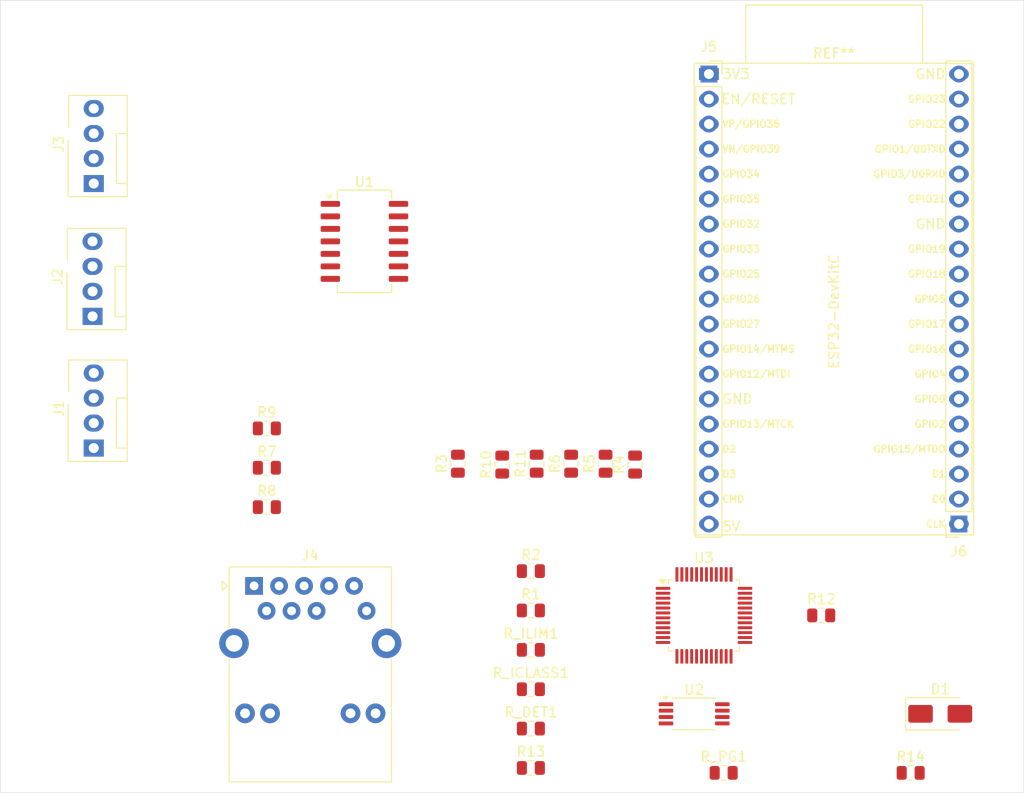
<source format=kicad_pcb>
(kicad_pcb (version 20240108) (generator "pcbnew") (generator_version "8.0")
  (layers (0 "F.Cu" signal) (31 "B.Cu" signal) (34 "B.Paste" user) (35 "F.Paste" user) (36 "B.SilkS" user "B.Silkscreen") (37 "F.SilkS" user "F.Silkscreen") (38 "B.Mask" user) (39 "F.Mask" user) (44 "Edge.Cuts" user))
  (net 0 "")
  (net 1 "/PoE/PoE V-")
  (net 2 "/PoE/PoE V+")
  (net 3 "/Ethernet/TCT")
  (net 5 "/Ethernet/TD+")
  (net 6 "/Ethernet/RD-")
  (net 7 "/Ethernet/RD+")
  (net 8 "/Ethernet/LED_G-")
  (net 9 "+3V3")
  (net 10 "/Ethernet/LED_Y-")
  (net 11 "/Ethernet/TD-")
  (net 13 "/Ethernet/RCT")
  (net 14 "GND")
  (net 15 "/ESP_33")
  (net 16 "+5V")
  (net 17 "/ESP_31")
  (net 18 "/Fan Driver/Fan PWM Pin 1")
  (net 19 "/ESP_30")
  (net 20 "/Fan Driver/Fan PWM Pin 2")
  (net 21 "/Fan Driver/Fan PWM Pin 3")
  (net 23 "Net-(U2-PG)")
  (net 24 "Net-(U2-CLASS)")
  (net 25 "Net-(U2-DET)")
  (net 26 "Net-(U2-ILIM)")
  (net 27 "Net-(U3-XI{slash}CLKIN)")
  (net 28 "+3.3VA")
  (net 29 "Net-(U3-ACTLED)")
  (net 32 "Net-(U3-TXP)")
  (net 34 "Net-(U3-RXN)")
  (net 37 "Net-(U3-LINKLED)")
  (net 38 "+3.3V")
  (net 40 "/Ethernet/RST")
  (net 41 "Net-(U3-XO)")
  (net 42 "Net-(U3-TOCAP)")
  (net 44 "/ESP_12")
  (net 46 "/Ethernet/INT")
  (net 49 "Net-(U3-RXP)")
  (net 50 "/ESP_23")
  (net 53 "Net-(U3-TXN)")
  (net 56 "/ESP_13")
  (net 58 "Net-(U3-EXRES1)")
  (net 59 "Net-(U3-1V2O)")
  (net 62 "/ESP_15")
  (net 63 "/ESP_10")
  (net 64 "/ESP_19")
  (net 65 "/ESP_2")
  (net 66 "/ESP_16")
  (net 67 "/ESP_7")
  (net 68 "/ESP_9")
  (net 69 "/ESP_18")
  (net 70 "/ESP_1")
  (net 71 "/ESP_6")
  (net 72 "/ESP_8")
  (net 73 "/ESP_3")
  (net 74 "/ESP_5")
  (net 75 "/ESP_11")
  (net 76 "/ESP_17")
  (net 77 "/ESP_4")
  (net 78 "/ESP_28")
  (net 79 "/ESP_24")
  (net 80 "/ESP_20")
  (net 81 "/ESP_22")
  (net 82 "/ESP_27")
  (net 83 "/ESP_34")
  (net 84 "/ESP_25")
  (net 85 "/ESP_35")
  (net 86 "/ESP_37")
  (net 87 "/ESP_26")
  (net 88 "/ESP_21")
  (net 89 "/ESP_29")
  (net 90 "/ESP_36")
  (net 91 "Net-(C11-Pad1)")
  (net 92 "Net-(C12-Pad1)")
  (net 93 "+12V")
  (net 97 "Net-(C14-Pad2)")
  (footprint "Resistor_SMD:R_0805_2012Metric" (layer "F.Cu") (at 123.5875 77)
    (property "Reference" "R7" (at 0 -1.65 0) (layer "F.SilkS"))
    (property "Value" "49R9")
    (fp_line (start -0.227064 -0.735) (end 0.227064 -0.735) (stroke (width 0.12)) (layer "F.SilkS"))
    (fp_line (start -0.227064 0.735) (end 0.227064 0.735) (stroke (width 0.12)) (layer "F.SilkS"))
    (pad "1" smd roundrect (at -0.9125 0) (size 1.025 1.4) (layers "F.Cu" "F.Paste" "F.Mask") (roundrect_rratio 0.243902) (net 28 "+3.3VA"))
    (pad "2" smd roundrect (at 0.9125 0) (size 1.025 1.4) (layers "F.Cu" "F.Paste" "F.Mask") (roundrect_rratio 0.243902) (net 5 "/Ethernet/TD+"))
  )
  (footprint "Resistor_SMD:R_0805_2012Metric" (layer "F.Cu") (at 150.4125 107.5)
    (property "Reference" "R13" (at 0 -1.65 0) (layer "F.SilkS"))
    (property "Value" "1M")
    (fp_line (start -0.227064 -0.735) (end 0.227064 -0.735) (stroke (width 0.12)) (layer "F.SilkS"))
    (fp_line (start -0.227064 0.735) (end 0.227064 0.735) (stroke (width 0.12)) (layer "F.SilkS"))
    (pad "1" smd roundrect (at -0.9125 0) (size 1.025 1.4) (layers "F.Cu" "F.Paste" "F.Mask") (roundrect_rratio 0.243902) (net 27 "Net-(U3-XI{slash}CLKIN)"))
    (pad "2" smd roundrect (at 0.9125 0) (size 1.025 1.4) (layers "F.Cu" "F.Paste" "F.Mask") (roundrect_rratio 0.243902) (net 41 "Net-(U3-XO)"))
  )
  (footprint "Connector_RJ:RJ45_Abracon_ARJP11A-MA_Horizontal" (layer "F.Cu") (at 122.29 89)
    (property "Reference" "J4" (at 5.71 -3.1 0) (layer "F.SilkS"))
    (property "Value" "RJ45_Abracon_ARJP11A-MASA-B-A-EMU2")
    (fp_line (start -3.24 -0.5) (end -3.24 0.5) (stroke (width 0.12)) (layer "F.SilkS"))
    (fp_line (start -3.24 0.5) (end -2.74 0) (stroke (width 0.12)) (layer "F.SilkS"))
    (fp_line (start -2.74 0) (end -3.24 -0.5) (stroke (width 0.12)) (layer "F.SilkS"))
    (fp_line (start -2.54 -1.92) (end -2.54 4.21) (stroke (width 0.12)) (layer "F.SilkS"))
    (fp_line (start -2.54 -1.92) (end 13.96 -1.92) (stroke (width 0.12)) (layer "F.SilkS"))
    (fp_line (start -2.54 7.51) (end -2.54 19.91) (stroke (width 0.12)) (layer "F.SilkS"))
    (fp_line (start -2.54 19.91) (end 13.96 19.91) (stroke (width 0.12)) (layer "F.SilkS"))
    (fp_line (start 13.96 -1.92) (end 13.96 4.21) (stroke (width 0.12)) (layer "F.SilkS"))
    (fp_line (start 13.96 7.51) (end 13.96 19.91) (stroke (width 0.12)) (layer "F.SilkS"))
    (pad "" np_thru_hole circle (at 0 8.89) (size 3.2 3.2) (drill 3.2) (layers "*.Cu" "*.Mask"))
    (pad "" np_thru_hole circle (at 11.43 8.89) (size 3.2 3.2) (drill 3.2) (layers "*.Cu" "*.Mask"))
    (pad "1" thru_hole rect (at 0 0) (size 1.8 1.8) (drill 0.9) (layers "*.Cu" "*.Mask") (net 5 "/Ethernet/TD+"))
    (pad "2" thru_hole circle (at 1.27 2.54) (size 1.8 1.8) (drill 0.9) (layers "*.Cu" "*.Mask") (net 11 "/Ethernet/TD-"))
    (pad "3" thru_hole circle (at 2.54 0) (size 1.8 1.8) (drill 0.9) (layers "*.Cu" "*.Mask") (net 7 "/Ethernet/RD+"))
    (pad "4" thru_hole circle (at 3.81 2.54) (size 1.8 1.8) (drill 0.9) (layers "*.Cu" "*.Mask") (net 3 "/Ethernet/TCT"))
    (pad "5" thru_hole circle (at 5.08 0) (size 1.8 1.8) (drill 0.9) (layers "*.Cu" "*.Mask") (net 13 "/Ethernet/RCT"))
    (pad "6" thru_hole circle (at 6.35 2.54) (size 1.8 1.8) (drill 0.9) (layers "*.Cu" "*.Mask") (net 6 "/Ethernet/RD-"))
    (pad "7" thru_hole circle (at 7.62 0) (size 1.8 1.8) (drill 0.9) (layers "*.Cu" "*.Mask"))
    (pad "9" thru_hole circle (at 10.16 0) (size 1.8 1.8) (drill 0.9) (layers "*.Cu" "*.Mask") (net 2 "/PoE/PoE V+"))
    (pad "10" thru_hole circle (at 11.43 2.54) (size 1.8 1.8) (drill 0.9) (layers "*.Cu" "*.Mask") (net 1 "/PoE/PoE V-"))
    (pad "11" thru_hole circle (at -0.92 12.95) (size 2 2) (drill 1) (layers "*.Cu" "*.Mask") (net 9 "+3V3"))
    (pad "12" thru_hole circle (at 1.62 12.95) (size 2 2) (drill 1) (layers "*.Cu" "*.Mask") (net 10 "/Ethernet/LED_Y-"))
    (pad "13" thru_hole circle (at 9.8 12.95) (size 2 2) (drill 1) (layers "*.Cu" "*.Mask") (net 9 "+3V3"))
    (pad "14" thru_hole circle (at 12.34 12.95) (size 2 2) (drill 1) (layers "*.Cu" "*.Mask") (net 8 "/Ethernet/LED_G-"))
    (pad "SH" thru_hole circle (at -2.04 5.84) (size 3 3) (drill 1.7) (layers "*.Cu" "*.Mask"))
    (pad "SH" thru_hole circle (at 13.46 5.84) (size 3 3) (drill 1.7) (layers "*.Cu" "*.Mask"))
  )
  (footprint "Resistor_SMD:R_0805_2012Metric" (layer "F.Cu") (at 161 76.675 90)
    (property "Reference" "R4" (at 0 -1.65 90) (layer "F.SilkS"))
    (property "Value" "33R")
    (fp_line (start -0.227064 -0.735) (end 0.227064 -0.735) (stroke (width 0.12)) (layer "F.SilkS"))
    (fp_line (start -0.227064 0.735) (end 0.227064 0.735) (stroke (width 0.12)) (layer "F.SilkS"))
    (pad "1" smd roundrect (at -0.9125 0 90) (size 1.025 1.4) (layers "F.Cu" "F.Paste" "F.Mask") (roundrect_rratio 0.243902) (net 49 "Net-(U3-RXP)"))
    (pad "2" smd roundrect (at 0.9125 0 90) (size 1.025 1.4) (layers "F.Cu" "F.Paste" "F.Mask") (roundrect_rratio 0.243902) (net 92 "Net-(C12-Pad1)"))
  )
  (footprint "Resistor_SMD:R_0805_2012Metric" (layer "F.Cu") (at 150.4125 99.5)
    (property "Reference" "R_ICLASS1" (at 0 -1.65 0) (layer "F.SilkS"))
    (property "Value" "TBD")
    (fp_line (start -0.227064 -0.735) (end 0.227064 -0.735) (stroke (width 0.12)) (layer "F.SilkS"))
    (fp_line (start -0.227064 0.735) (end 0.227064 0.735) (stroke (width 0.12)) (layer "F.SilkS"))
    (pad "1" smd roundrect (at -0.9125 0) (size 1.025 1.4) (layers "F.Cu" "F.Paste" "F.Mask") (roundrect_rratio 0.243902) (net 24 "Net-(U2-CLASS)"))
    (pad "2" smd roundrect (at 0.9125 0) (size 1.025 1.4) (layers "F.Cu" "F.Paste" "F.Mask") (roundrect_rratio 0.243902) (net 1 "/PoE/PoE V-"))
  )
  (footprint "Resistor_SMD:R_0805_2012Metric" (layer "F.Cu") (at 150.4125 91.5)
    (property "Reference" "R1" (at 0 -1.65 0) (layer "F.SilkS"))
    (property "Value" "33R")
    (fp_line (start -0.227064 -0.735) (end 0.227064 -0.735) (stroke (width 0.12)) (layer "F.SilkS"))
    (fp_line (start -0.227064 0.735) (end 0.227064 0.735) (stroke (width 0.12)) (layer "F.SilkS"))
    (pad "1" smd roundrect (at -0.9125 0) (size 1.025 1.4) (layers "F.Cu" "F.Paste" "F.Mask") (roundrect_rratio 0.243902) (net 53 "Net-(U3-TXN)"))
    (pad "2" smd roundrect (at 0.9125 0) (size 1.025 1.4) (layers "F.Cu" "F.Paste" "F.Mask") (roundrect_rratio 0.243902) (net 11 "/Ethernet/TD-"))
  )
  (footprint "Diode_SMD:D_SMA" (layer "F.Cu") (at 192 102)
    (property "Reference" "D1" (at 0 -2.5 0) (layer "F.SilkS"))
    (property "Value" "SMAJ58A")
    (fp_line (start -3.51 -1.65) (end -3.51 1.65) (stroke (width 0.12)) (layer "F.SilkS"))
    (fp_line (start -3.51 -1.65) (end 2 -1.65) (stroke (width 0.12)) (layer "F.SilkS"))
    (fp_line (start -3.51 1.65) (end 2 1.65) (stroke (width 0.12)) (layer "F.SilkS"))
    (pad "1" smd roundrect (at -2 0) (size 2.5 1.8) (layers "F.Cu" "F.Paste" "F.Mask") (roundrect_rratio 0.1388888889) (net 2 "/PoE/PoE V+"))
    (pad "2" smd roundrect (at 2 0) (size 2.5 1.8) (layers "F.Cu" "F.Paste" "F.Mask") (roundrect_rratio 0.1388888889) (net 1 "/PoE/PoE V-"))
  )
  (footprint "Connector:FanPinHeader_1x04_P2.54mm_Vertical" (layer "F.Cu") (at 105.88 61.62 90)
    (property "Reference" "J2" (at 4 -3.55 90) (layer "F.SilkS"))
    (property "Value" "Molex 47053-1000")
    (fp_line (start -1.35 -2.6) (end 4.4 -2.6) (stroke (width 0.12)) (layer "F.SilkS"))
    (fp_line (start 8.95 -2.55) (end 8.95 3.4) (stroke (width 0.12)) (layer "F.SilkS"))
    (fp_line (start 5.75 -2.55) (end 8.95 -2.55) (stroke (width 0.12)) (layer "F.SilkS"))
    (fp_line (start 5.08 2.29) (end 5.08 3.3) (stroke (width 0.12)) (layer "F.SilkS"))
    (fp_line (start 0 2.29) (end 5.08 2.29) (stroke (width 0.12)) (layer "F.SilkS"))
    (fp_line (start 0 3.3) (end 0 2.29) (stroke (width 0.12)) (layer "F.SilkS"))
    (fp_line (start 8.95 3.4) (end -1.35 3.4) (stroke (width 0.12)) (layer "F.SilkS"))
    (fp_line (start -1.35 3.4) (end -1.35 -2.6) (stroke (width 0.12)) (layer "F.SilkS"))
    (pad "" np_thru_hole circle (at 5.08 -2.16 180) (size 1.1 1.1) (drill 1.1) (layers "*.Cu" "*.Mask"))
    (pad "1" thru_hole rect (at 0 0 180) (size 2.03 1.73) (drill 1.02) (layers "*.Cu" "*.Mask") (net 14 "GND"))
    (pad "2" thru_hole oval (at 2.54 0 180) (size 2.03 1.73) (drill 1.02) (layers "*.Cu" "*.Mask") (net 93 "+12V"))
    (pad "3" thru_hole oval (at 5.08 0 180) (size 2.03 1.73) (drill 1.02) (layers "*.Cu" "*.Mask"))
    (pad "4" thru_hole oval (at 7.62 0 180) (size 2.03 1.73) (drill 1.02) (layers "*.Cu" "*.Mask") (net 20 "/Fan Driver/Fan PWM Pin 2"))
  )
  (footprint "Resistor_SMD:R_0805_2012Metric" (layer "F.Cu") (at 123.5875 73)
    (property "Reference" "R9" (at 0 -1.65 0) (layer "F.SilkS"))
    (property "Value" "10R")
    (fp_line (start -0.227064 -0.735) (end 0.227064 -0.735) (stroke (width 0.12)) (layer "F.SilkS"))
    (fp_line (start -0.227064 0.735) (end 0.227064 0.735) (stroke (width 0.12)) (layer "F.SilkS"))
    (pad "1" smd roundrect (at -0.9125 0) (size 1.025 1.4) (layers "F.Cu" "F.Paste" "F.Mask") (roundrect_rratio 0.243902) (net 28 "+3.3VA"))
    (pad "2" smd roundrect (at 0.9125 0) (size 1.025 1.4) (layers "F.Cu" "F.Paste" "F.Mask") (roundrect_rratio 0.243902) (net 3 "/Ethernet/TCT"))
  )
  (footprint "Resistor_SMD:R_0805_2012Metric" (layer "F.Cu") (at 189 108)
    (property "Reference" "R14" (at 0 -1.65 0) (layer "F.SilkS"))
    (property "Value" "12.4k")
    (fp_line (start -0.227064 -0.735) (end 0.227064 -0.735) (stroke (width 0.12)) (layer "F.SilkS"))
    (fp_line (start -0.227064 0.735) (end 0.227064 0.735) (stroke (width 0.12)) (layer "F.SilkS"))
    (pad "1" smd roundrect (at -0.9125 0) (size 1.025 1.4) (layers "F.Cu" "F.Paste" "F.Mask") (roundrect_rratio 0.243902) (net 58 "Net-(U3-EXRES1)"))
    (pad "2" smd roundrect (at 0.9125 0) (size 1.025 1.4) (layers "F.Cu" "F.Paste" "F.Mask") (roundrect_rratio 0.243902) (net 14 "GND"))
  )
  (footprint "Resistor_SMD:R_0805_2012Metric" (layer "F.Cu") (at 179.9125 92)
    (property "Reference" "R12" (at 0 -1.65 0) (layer "F.SilkS"))
    (property "Value" "0R")
    (fp_line (start -0.227064 -0.735) (end 0.227064 -0.735) (stroke (width 0.12)) (layer "F.SilkS"))
    (fp_line (start -0.227064 0.735) (end 0.227064 0.735) (stroke (width 0.12)) (layer "F.SilkS"))
    (pad "1" smd roundrect (at -0.9125 0) (size 1.025 1.4) (layers "F.Cu" "F.Paste" "F.Mask") (roundrect_rratio 0.243902) (net 27 "Net-(U3-XI{slash}CLKIN)"))
    (pad "2" smd roundrect (at 0.9125 0) (size 1.025 1.4) (layers "F.Cu" "F.Paste" "F.Mask") (roundrect_rratio 0.243902) (net 97 "Net-(C14-Pad2)"))
  )
  (footprint "Resistor_SMD:R_0805_2012Metric" (layer "F.Cu") (at 123.5875 81)
    (property "Reference" "R8" (at 0 -1.65 0) (layer "F.SilkS"))
    (property "Value" "49R9")
    (fp_line (start -0.227064 -0.735) (end 0.227064 -0.735) (stroke (width 0.12)) (layer "F.SilkS"))
    (fp_line (start -0.227064 0.735) (end 0.227064 0.735) (stroke (width 0.12)) (layer "F.SilkS"))
    (pad "1" smd roundrect (at -0.9125 0) (size 1.025 1.4) (layers "F.Cu" "F.Paste" "F.Mask") (roundrect_rratio 0.243902) (net 28 "+3.3VA"))
    (pad "2" smd roundrect (at 0.9125 0) (size 1.025 1.4) (layers "F.Cu" "F.Paste" "F.Mask") (roundrect_rratio 0.243902) (net 11 "/Ethernet/TD-"))
  )
  (footprint "Resistor_SMD:R_0805_2012Metric" (layer "F.Cu") (at 154.5 76.5875 90)
    (property "Reference" "R6" (at 0 -1.65 90) (layer "F.SilkS"))
    (property "Value" "330R")
    (fp_line (start -0.227064 -0.735) (end 0.227064 -0.735) (stroke (width 0.12)) (layer "F.SilkS"))
    (fp_line (start -0.227064 0.735) (end 0.227064 0.735) (stroke (width 0.12)) (layer "F.SilkS"))
    (pad "1" smd roundrect (at -0.9125 0 90) (size 1.025 1.4) (layers "F.Cu" "F.Paste" "F.Mask") (roundrect_rratio 0.243902) (net 29 "Net-(U3-ACTLED)"))
    (pad "2" smd roundrect (at 0.9125 0 90) (size 1.025 1.4) (layers "F.Cu" "F.Paste" "F.Mask") (roundrect_rratio 0.243902) (net 8 "/Ethernet/LED_G-"))
  )
  (footprint "Resistor_SMD:R_0805_2012Metric" (layer "F.Cu") (at 147.5 76.675 90)
    (property "Reference" "R10" (at 0 -1.65 90) (layer "F.SilkS"))
    (property "Value" "49R9")
    (fp_line (start -0.227064 -0.735) (end 0.227064 -0.735) (stroke (width 0.12)) (layer "F.SilkS"))
    (fp_line (start -0.227064 0.735) (end 0.227064 0.735) (stroke (width 0.12)) (layer "F.SilkS"))
    (pad "1" smd roundrect (at -0.9125 0 90) (size 1.025 1.4) (layers "F.Cu" "F.Paste" "F.Mask") (roundrect_rratio 0.243902) (net 91 "Net-(C11-Pad1)"))
    (pad "2" smd roundrect (at 0.9125 0 90) (size 1.025 1.4) (layers "F.Cu" "F.Paste" "F.Mask") (roundrect_rratio 0.243902) (net 13 "/Ethernet/RCT"))
  )
  (footprint "Resistor_SMD:R_0805_2012Metric" (layer "F.Cu") (at 158 76.5875 90)
    (property "Reference" "R5" (at 0 -1.65 90) (layer "F.SilkS"))
    (property "Value" "330R")
    (fp_line (start -0.227064 -0.735) (end 0.227064 -0.735) (stroke (width 0.12)) (layer "F.SilkS"))
    (fp_line (start -0.227064 0.735) (end 0.227064 0.735) (stroke (width 0.12)) (layer "F.SilkS"))
    (pad "1" smd roundrect (at -0.9125 0 90) (size 1.025 1.4) (layers "F.Cu" "F.Paste" "F.Mask") (roundrect_rratio 0.243902) (net 37 "Net-(U3-LINKLED)"))
    (pad "2" smd roundrect (at 0.9125 0 90) (size 1.025 1.4) (layers "F.Cu" "F.Paste" "F.Mask") (roundrect_rratio 0.243902) (net 10 "/Ethernet/LED_Y-"))
  )
  (footprint "Resistor_SMD:R_0805_2012Metric" (layer "F.Cu") (at 151 76.5875 90)
    (property "Reference" "R11" (at 0 -1.65 90) (layer "F.SilkS"))
    (property "Value" "49R9")
    (fp_line (start -0.227064 -0.735) (end 0.227064 -0.735) (stroke (width 0.12)) (layer "F.SilkS"))
    (fp_line (start -0.227064 0.735) (end 0.227064 0.735) (stroke (width 0.12)) (layer "F.SilkS"))
    (pad "1" smd roundrect (at -0.9125 0 90) (size 1.025 1.4) (layers "F.Cu" "F.Paste" "F.Mask") (roundrect_rratio 0.243902) (net 92 "Net-(C12-Pad1)"))
    (pad "2" smd roundrect (at 0.9125 0 90) (size 1.025 1.4) (layers "F.Cu" "F.Paste" "F.Mask") (roundrect_rratio 0.243902) (net 13 "/Ethernet/RCT"))
  )
  (footprint "Resistor_SMD:R_0805_2012Metric" (layer "F.Cu") (at 143 76.5875 90)
    (property "Reference" "R3" (at 0 -1.65 90) (layer "F.SilkS"))
    (property "Value" "33R")
    (fp_line (start -0.227064 -0.735) (end 0.227064 -0.735) (stroke (width 0.12)) (layer "F.SilkS"))
    (fp_line (start -0.227064 0.735) (end 0.227064 0.735) (stroke (width 0.12)) (layer "F.SilkS"))
    (pad "1" smd roundrect (at -0.9125 0 90) (size 1.025 1.4) (layers "F.Cu" "F.Paste" "F.Mask") (roundrect_rratio 0.243902) (net 34 "Net-(U3-RXN)"))
    (pad "2" smd roundrect (at 0.9125 0 90) (size 1.025 1.4) (layers "F.Cu" "F.Paste" "F.Mask") (roundrect_rratio 0.243902) (net 91 "Net-(C11-Pad1)"))
  )
  (footprint "Connector:FanPinHeader_1x04_P2.54mm_Vertical" (layer "F.Cu") (at 106 75 90)
    (property "Reference" "J1" (at 4 -3.55 90) (layer "F.SilkS"))
    (property "Value" "Molex 47053-1000")
    (fp_line (start -1.35 -2.6) (end 4.4 -2.6) (stroke (width 0.12)) (layer "F.SilkS"))
    (fp_line (start 8.95 -2.55) (end 8.95 3.4) (stroke (width 0.12)) (layer "F.SilkS"))
    (fp_line (start 5.75 -2.55) (end 8.95 -2.55) (stroke (width 0.12)) (layer "F.SilkS"))
    (fp_line (start 5.08 2.29) (end 5.08 3.3) (stroke (width 0.12)) (layer "F.SilkS"))
    (fp_line (start 0 2.29) (end 5.08 2.29) (stroke (width 0.12)) (layer "F.SilkS"))
    (fp_line (start 0 3.3) (end 0 2.29) (stroke (width 0.12)) (layer "F.SilkS"))
    (fp_line (start 8.95 3.4) (end -1.35 3.4) (stroke (width 0.12)) (layer "F.SilkS"))
    (fp_line (start -1.35 3.4) (end -1.35 -2.6) (stroke (width 0.12)) (layer "F.SilkS"))
    (pad "" np_thru_hole circle (at 5.08 -2.16 180) (size 1.1 1.1) (drill 1.1) (layers "*.Cu" "*.Mask"))
    (pad "1" thru_hole rect (at 0 0 180) (size 2.03 1.73) (drill 1.02) (layers "*.Cu" "*.Mask") (net 14 "GND"))
    (pad "2" thru_hole oval (at 2.54 0 180) (size 2.03 1.73) (drill 1.02) (layers "*.Cu" "*.Mask") (net 93 "+12V"))
    (pad "3" thru_hole oval (at 5.08 0 180) (size 2.03 1.73) (drill 1.02) (layers "*.Cu" "*.Mask"))
    (pad "4" thru_hole oval (at 7.62 0 180) (size 2.03 1.73) (drill 1.02) (layers "*.Cu" "*.Mask") (net 18 "/Fan Driver/Fan PWM Pin 1"))
  )
  (footprint "Resistor_SMD:R_0805_2012Metric" (layer "F.Cu") (at 150.4125 103.5)
    (property "Reference" "R_DET1" (at 0 -1.65 0) (layer "F.SilkS"))
    (property "Value" "TBD")
    (fp_line (start -0.227064 -0.735) (end 0.227064 -0.735) (stroke (width 0.12)) (layer "F.SilkS"))
    (fp_line (start -0.227064 0.735) (end 0.227064 0.735) (stroke (width 0.12)) (layer "F.SilkS"))
    (pad "1" smd roundrect (at -0.9125 0) (size 1.025 1.4) (layers "F.Cu" "F.Paste" "F.Mask") (roundrect_rratio 0.243902) (net 2 "/PoE/PoE V+"))
    (pad "2" smd roundrect (at 0.9125 0) (size 1.025 1.4) (layers "F.Cu" "F.Paste" "F.Mask") (roundrect_rratio 0.243902) (net 25 "Net-(U2-DET)"))
  )
  (footprint "Resistor_SMD:R_0805_2012Metric" (layer "F.Cu") (at 150.4125 87.5)
    (property "Reference" "R2" (at 0 -1.65 0) (layer "F.SilkS"))
    (property "Value" "33R")
    (fp_line (start -0.227064 -0.735) (end 0.227064 -0.735) (stroke (width 0.12)) (layer "F.SilkS"))
    (fp_line (start -0.227064 0.735) (end 0.227064 0.735) (stroke (width 0.12)) (layer "F.SilkS"))
    (pad "1" smd roundrect (at -0.9125 0) (size 1.025 1.4) (layers "F.Cu" "F.Paste" "F.Mask") (roundrect_rratio 0.243902) (net 32 "Net-(U3-TXP)"))
    (pad "2" smd roundrect (at 0.9125 0) (size 1.025 1.4) (layers "F.Cu" "F.Paste" "F.Mask") (roundrect_rratio 0.243902) (net 5 "/Ethernet/TD+"))
  )
  (footprint "Resistor_SMD:R_0805_2012Metric" (layer "F.Cu") (at 170 108)
    (property "Reference" "R_PG1" (at 0 -1.65 0) (layer "F.SilkS"))
    (property "Value" "TBD")
    (fp_line (start -0.227064 -0.735) (end 0.227064 -0.735) (stroke (width 0.12)) (layer "F.SilkS"))
    (fp_line (start -0.227064 0.735) (end 0.227064 0.735) (stroke (width 0.12)) (layer "F.SilkS"))
    (pad "1" smd roundrect (at -0.9125 0) (size 1.025 1.4) (layers "F.Cu" "F.Paste" "F.Mask") (roundrect_rratio 0.243902) (net 2 "/PoE/PoE V+"))
    (pad "2" smd roundrect (at 0.9125 0) (size 1.025 1.4) (layers "F.Cu" "F.Paste" "F.Mask") (roundrect_rratio 0.243902) (net 23 "Net-(U2-PG)"))
  )
  (footprint "Package_QFP:LQFP-48_7x7mm_P0.5mm" (layer "F.Cu") (at 168 92)
    (property "Reference" "U3" (at 0 -5.85 0) (layer "F.SilkS"))
    (property "Value" "W5500")
    (fp_line (start -3.61 -3.61) (end -3.61 -3.16) (stroke (width 0.12)) (layer "F.SilkS"))
    (fp_line (start -3.61 3.61) (end -3.61 3.16) (stroke (width 0.12)) (layer "F.SilkS"))
    (fp_line (start -3.16 -3.61) (end -3.61 -3.61) (stroke (width 0.12)) (layer "F.SilkS"))
    (fp_line (start -3.16 3.61) (end -3.61 3.61) (stroke (width 0.12)) (layer "F.SilkS"))
    (fp_line (start 3.16 -3.61) (end 3.61 -3.61) (stroke (width 0.12)) (layer "F.SilkS"))
    (fp_line (start 3.16 3.61) (end 3.61 3.61) (stroke (width 0.12)) (layer "F.SilkS"))
    (fp_line (start 3.61 -3.61) (end 3.61 -3.16) (stroke (width 0.12)) (layer "F.SilkS"))
    (fp_line (start 3.61 3.61) (end 3.61 3.16) (stroke (width 0.12)) (layer "F.SilkS"))
    (fp_poly (pts (xy -4.2 -3.16) (xy -4.54 -3.63) (xy -3.86 -3.63) (xy -4.2 -3.16)) (stroke (width 0.12)) (fill solid) (layer "F.SilkS"))
    (pad "1" smd roundrect (at -4.1625 -2.75) (size 1.475 0.3) (layers "F.Cu" "F.Paste" "F.Mask") (net 53 "Net-(U3-TXN)"))
    (pad "2" smd roundrect (at -4.1625 -2.25) (size 1.475 0.3) (layers "F.Cu" "F.Paste" "F.Mask") (net 32 "Net-(U3-TXP)"))
    (pad "3" smd roundrect (at -4.1625 -1.75) (size 1.475 0.3) (layers "F.Cu" "F.Paste" "F.Mask") (net 14 "GND"))
    (pad "4" smd roundrect (at -4.1625 -1.25) (size 1.475 0.3) (layers "F.Cu" "F.Paste" "F.Mask") (net 28 "+3.3VA"))
    (pad "5" smd roundrect (at -4.1625 -0.75) (size 1.475 0.3) (layers "F.Cu" "F.Paste" "F.Mask") (net 34 "Net-(U3-RXN)"))
    (pad "6" smd roundrect (at -4.1625 -0.25) (size 1.475 0.3) (layers "F.Cu" "F.Paste" "F.Mask") (net 49 "Net-(U3-RXP)"))
    (pad "7" smd roundrect (at -4.1625 0.25) (size 1.475 0.3) (layers "F.Cu" "F.Paste" "F.Mask"))
    (pad "8" smd roundrect (at -4.1625 0.75) (size 1.475 0.3) (layers "F.Cu" "F.Paste" "F.Mask") (net 28 "+3.3VA"))
    (pad "9" smd roundrect (at -4.1625 1.25) (size 1.475 0.3) (layers "F.Cu" "F.Paste" "F.Mask") (net 14 "GND"))
    (pad "10" smd roundrect (at -4.1625 1.75) (size 1.475 0.3) (layers "F.Cu" "F.Paste" "F.Mask") (net 58 "Net-(U3-EXRES1)"))
    (pad "11" smd roundrect (at -4.1625 2.25) (size 1.475 0.3) (layers "F.Cu" "F.Paste" "F.Mask") (net 28 "+3.3VA"))
    (pad "12" smd roundrect (at -4.1625 2.75) (size 1.475 0.3) (layers "F.Cu" "F.Paste" "F.Mask"))
    (pad "13" smd roundrect (at -2.75 4.1625) (size 0.3 1.475) (layers "F.Cu" "F.Paste" "F.Mask"))
    (pad "14" smd roundrect (at -2.25 4.1625) (size 0.3 1.475) (layers "F.Cu" "F.Paste" "F.Mask") (net 14 "GND"))
    (pad "15" smd roundrect (at -1.75 4.1625) (size 0.3 1.475) (layers "F.Cu" "F.Paste" "F.Mask") (net 28 "+3.3VA"))
    (pad "16" smd roundrect (at -1.25 4.1625) (size 0.3 1.475) (layers "F.Cu" "F.Paste" "F.Mask") (net 14 "GND"))
    (pad "17" smd roundrect (at -0.75 4.1625) (size 0.3 1.475) (layers "F.Cu" "F.Paste" "F.Mask") (net 28 "+3.3VA"))
    (pad "18" smd roundrect (at -0.25 4.1625) (size 0.3 1.475) (layers "F.Cu" "F.Paste" "F.Mask"))
    (pad "19" smd roundrect (at 0.25 4.1625) (size 0.3 1.475) (layers "F.Cu" "F.Paste" "F.Mask") (net 14 "GND"))
    (pad "20" smd roundrect (at 0.75 4.1625) (size 0.3 1.475) (layers "F.Cu" "F.Paste" "F.Mask") (net 42 "Net-(U3-TOCAP)"))
    (pad "21" smd roundrect (at 1.25 4.1625) (size 0.3 1.475) (layers "F.Cu" "F.Paste" "F.Mask") (net 28 "+3.3VA"))
    (pad "22" smd roundrect (at 1.75 4.1625) (size 0.3 1.475) (layers "F.Cu" "F.Paste" "F.Mask") (net 59 "Net-(U3-1V2O)"))
    (pad "23" smd roundrect (at 2.25 4.1625) (size 0.3 1.475) (layers "F.Cu" "F.Paste" "F.Mask"))
    (pad "24" smd roundrect (at 2.75 4.1625) (size 0.3 1.475) (layers "F.Cu" "F.Paste" "F.Mask"))
    (pad "25" smd roundrect (at 4.1625 2.75) (size 1.475 0.3) (layers "F.Cu" "F.Paste" "F.Mask") (net 37 "Net-(U3-LINKLED)"))
    (pad "26" smd roundrect (at 4.1625 2.25) (size 1.475 0.3) (layers "F.Cu" "F.Paste" "F.Mask"))
    (pad "27" smd roundrect (at 4.1625 1.75) (size 1.475 0.3) (layers "F.Cu" "F.Paste" "F.Mask") (net 29 "Net-(U3-ACTLED)"))
    (pad "28" smd roundrect (at 4.1625 1.25) (size 1.475 0.3) (layers "F.Cu" "F.Paste" "F.Mask") (net 38 "+3.3V"))
    (pad "29" smd roundrect (at 4.1625 0.75) (size 1.475 0.3) (layers "F.Cu" "F.Paste" "F.Mask") (net 14 "GND"))
    (pad "30" smd roundrect (at 4.1625 0.25) (size 1.475 0.3) (layers "F.Cu" "F.Paste" "F.Mask") (net 27 "Net-(U3-XI{slash}CLKIN)"))
    (pad "31" smd roundrect (at 4.1625 -0.25) (size 1.475 0.3) (layers "F.Cu" "F.Paste" "F.Mask") (net 41 "Net-(U3-XO)"))
    (pad "32" smd roundrect (at 4.1625 -0.75) (size 1.475 0.3) (layers "F.Cu" "F.Paste" "F.Mask") (net 50 "/ESP_23"))
    (pad "33" smd roundrect (at 4.1625 -1.25) (size 1.475 0.3) (layers "F.Cu" "F.Paste" "F.Mask") (net 44 "/ESP_12"))
    (pad "34" smd roundrect (at 4.1625 -1.75) (size 1.475 0.3) (layers "F.Cu" "F.Paste" "F.Mask") (net 56 "/ESP_13"))
    (pad "35" smd roundrect (at 4.1625 -2.25) (size 1.475 0.3) (layers "F.Cu" "F.Paste" "F.Mask") (net 62 "/ESP_15"))
    (pad "36" smd roundrect (at 4.1625 -2.75) (size 1.475 0.3) (layers "F.Cu" "F.Paste" "F.Mask") (net 46 "/Ethernet/INT"))
    (pad "37" smd roundrect (at 2.75 -4.1625) (size 0.3 1.475) (layers "F.Cu" "F.Paste" "F.Mask") (net 40 "/Ethernet/RST"))
    (pad "38" smd roundrect (at 2.25 -4.1625) (size 0.3 1.475) (layers "F.Cu" "F.Paste" "F.Mask"))
    (pad "39" smd roundrect (at 1.75 -4.1625) (size 0.3 1.475) (layers "F.Cu" "F.Paste" "F.Mask"))
    (pad "40" smd roundrect (at 1.25 -4.1625) (size 0.3 1.475) (layers "F.Cu" "F.Paste" "F.Mask"))
    (pad "41" smd roundrect (at 0.75 -4.1625) (size 0.3 1.475) (layers "F.Cu" "F.Paste" "F.Mask"))
    (pad "42" smd roundrect (at 0.25 -4.1625) (size 0.3 1.475) (layers "F.Cu" "F.Paste" "F.Mask"))
    (pad "43" smd roundrect (at -0.25 -4.1625) (size 0.3 1.475) (layers "F.Cu" "F.Paste" "F.Mask"))
    (pad "44" smd roundrect (at -0.75 -4.1625) (size 0.3 1.475) (layers "F.Cu" "F.Paste" "F.Mask"))
    (pad "45" smd roundrect (at -1.25 -4.1625) (size 0.3 1.475) (layers "F.Cu" "F.Paste" "F.Mask"))
    (pad "46" smd roundrect (at -1.75 -4.1625) (size 0.3 1.475) (layers "F.Cu" "F.Paste" "F.Mask"))
    (pad "47" smd roundrect (at -2.25 -4.1625) (size 0.3 1.475) (layers "F.Cu" "F.Paste" "F.Mask"))
    (pad "48" smd roundrect (at -2.75 -4.1625) (size 0.3 1.475) (layers "F.Cu" "F.Paste" "F.Mask") (net 14 "GND"))
  )
  (footprint "ESP32-Footprints:ESP32-DevKitC" (layer "F.Cu") (at 168.5 37)
    (property "Reference" "REF**" (at 12.7 -2.1 0) (layer "F.SilkS"))
    (property "Value" "ESP32-DevKitC" (at 12.7 24.13 90) (layer "F.SilkS"))
    (fp_line (start -1.5 46.82) (end 26.899999 46.82) (stroke (width 0.12)) (layer "F.SilkS"))
    (fp_line (start -1.499999 -1.1) (end -1.5 46.82) (stroke (width 0.12)) (layer "F.SilkS"))
    (fp_line (start 3.73012 -7.01312) (end 21.71332 -7.01312) (stroke (width 0.12)) (layer "F.SilkS"))
    (fp_line (start 3.73012 -1.12032) (end 3.73012 -7.01312) (stroke (width 0.12)) (layer "F.SilkS"))
    (fp_line (start 21.71332 -7.01312) (end 21.71332 -1.12032) (stroke (width 0.12)) (layer "F.SilkS"))
    (fp_line (start 26.899999 46.82) (end 26.9 -1.1) (stroke (width 0.12)) (layer "F.SilkS"))
    (fp_line (start 26.9 -1.1) (end -1.499999 -1.1) (stroke (width 0.12)) (layer "F.SilkS"))
    (fp_text user "GPIO33" (at 1.27 17.78 0) (layer "F.SilkS") (effects (font (size 0.7 0.7)) (justify left)))
    (fp_text user "GPIO14/MTMS" (at 1.27 27.94 0) (layer "F.SilkS") (effects (font (size 0.7 0.7)) (justify left)))
    (fp_text user "VN/GPIO39" (at 1.27 7.62 0) (layer "F.SilkS") (effects (font (size 0.7 0.7)) (justify left)))
    (fp_text user "D3" (at 1.27 40.64 0) (layer "F.SilkS") (effects (font (size 0.7 0.7)) (justify left)))
    (fp_text user "GPIO27" (at 1.27 25.4 0) (layer "F.SilkS") (effects (font (size 0.7 0.7)) (justify left)))
    (fp_text user "GPIO21" (at 24.13 12.7 0) (layer "F.SilkS") (effects (font (size 0.7 0.7)) (justify right)))
    (fp_text user "GPIO15/MTDO" (at 24.13 38.1 0) (layer "F.SilkS") (effects (font (size 0.7 0.7)) (justify right)))
    (fp_text user "D0" (at 24.13 43.18 0) (layer "F.SilkS") (effects (font (size 0.7 0.7)) (justify right)))
    (fp_text user "EN/RESET" (at 8.88632 2.53728 0) (layer "F.SilkS") (effects (justify right)))
    (fp_text user "CMD" (at 1.27 43.18 0) (layer "F.SilkS") (effects (font (size 0.7 0.7)) (justify left)))
    (fp_text user "GND" (at 1.27 33.02 0) (layer "F.SilkS") (effects (justify left)))
    (fp_text user "GPIO4" (at 24.13 30.48 0) (layer "F.SilkS") (effects (font (size 0.7 0.7)) (justify right)))
    (fp_text user "VP/GPIO36" (at 1.27 5.08 0) (layer "F.SilkS") (effects (font (size 0.7 0.7)) (justify left)))
    (fp_text user "GND" (at 24.13 0 0) (layer "F.SilkS") (effects (justify right)))
    (fp_text user "GPIO2" (at 24.13 35.56 0) (layer "F.SilkS") (effects (font (size 0.7 0.7)) (justify right)))
    (fp_text user "GPIO26" (at 1.27 22.86 0) (layer "F.SilkS") (effects (font (size 0.7 0.7)) (justify left)))
    (fp_text user "GPIO35" (at 1.27 12.7 0) (layer "F.SilkS") (effects (font (size 0.7 0.7)) (justify left)))
    (fp_text user "GPIO17" (at 24.13 25.4 0) (layer "F.SilkS") (effects (font (size 0.7 0.7)) (justify right)))
    (fp_text user "CLK" (at 24.13 45.72 0) (layer "F.SilkS") (effects (font (size 0.7 0.7)) (justify right)))
    (fp_text user "GPIO23" (at 24.13 2.54 0) (layer "F.SilkS") (effects (font (size 0.7 0.7)) (justify right)))
    (fp_text user "GPIO18" (at 24.13 20.32 0) (layer "F.SilkS") (effects (font (size 0.7 0.7)) (justify right)))
    (fp_text user "GPIO13/MTCK" (at 1.27 35.56 0) (layer "F.SilkS") (effects (font (size 0.7 0.7)) (justify left)))
    (fp_text user "GPIO25" (at 1.27 20.32 0) (layer "F.SilkS") (effects (font (size 0.7 0.7)) (justify left)))
    (fp_text user "5V" (at 1.26632 45.97128 0) (layer "F.SilkS") (effects (justify left)))
    (fp_text user "GPIO22" (at 24.13 5.08 0) (layer "F.SilkS") (effects (font (size 0.7 0.7)) (justify right)))
    (fp_text user "D1" (at 24.13 40.64 0) (layer "F.SilkS") (effects (font (size 0.7 0.7)) (justify right)))
    (fp_text user "D2" (at 1.27 38.1 0) (layer "F.SilkS") (effects (font (size 0.7 0.7)) (justify left)))
    (fp_text user "GPIO1/U0TXD" (at 24.13 7.62 0) (layer "F.SilkS") (effects (font (size 0.7 0.7)) (justify right)))
    (fp_text user "GPIO34" (at 1.27 10.16 0) (layer "F.SilkS") (effects (font (size 0.7 0.7)) (justify left)))
    (fp_text user "GPIO12/MTDI" (at 1.27 30.48 0) (layer "F.SilkS") (effects (font (size 0.7 0.7)) (justify left)))
    (fp_text user "GPIO3/U0RXD" (at 24.13 10.16 0) (layer "F.SilkS") (effects (font (size 0.7 0.7)) (justify right)))
    (fp_text user "3V3" (at 1.27 0 0) (layer "F.SilkS") (effects (justify left)))
    (fp_text user "GPIO0" (at 24.13 33.02 0) (layer "F.SilkS") (effects (font (size 0.7 0.7)) (justify right)))
    (fp_text user "GPIO16" (at 24.13 27.94 0) (layer "F.SilkS") (effects (font (size 0.7 0.7)) (justify right)))
    (fp_text user "GPIO19" (at 24.13 17.78 0) (layer "F.SilkS") (effects (font (size 0.7 0.7)) (justify right)))
    (fp_text user "GPIO5" (at 24.13 22.86 0) (layer "F.SilkS") (effects (font (size 0.7 0.7)) (justify right)))
    (fp_text user "GND" (at 24.13 15.24 0) (layer "F.SilkS") (effects (justify right)))
    (fp_text user "GPIO32" (at 1.27 15.24 0) (layer "F.SilkS") (effects (font (size 0.7 0.7)) (justify left)))
    (pad "1" thru_hole rect (at 0 0 270) (size 1.2 2) (drill 0.8) (layers "*.Cu" "*.Mask"))
    (pad "2" thru_hole oval (at 0 2.54 270) (size 1.2 2) (drill 0.8) (layers "*.Cu" "*.Mask"))
    (pad "3" thru_hole oval (at 0 5.08 270) (size 1.2 2) (drill 0.8) (layers "*.Cu" "*.Mask"))
    (pad "4" thru_hole oval (at 0 7.62 270) (size 1.2 2) (drill 0.8) (layers "*.Cu" "*.Mask"))
    (pad "5" thru_hole oval (at 0 10.16 270) (size 1.2 2) (drill 0.8) (layers "*.Cu" "*.Mask"))
    (pad "6" thru_hole oval (at 0 12.7 270) (size 1.2 2) (drill 0.8) (layers "*.Cu" "*.Mask"))
    (pad "7" thru_hole oval (at 0 15.24 270) (size 1.2 2) (drill 0.8) (layers "*.Cu" "*.Mask"))
    (pad "8" thru_hole oval (at 0 17.78 270) (size 1.2 2) (drill 0.8) (layers "*.Cu" "*.Mask"))
    (pad "9" thru_hole oval (at 0 20.32 270) (size 1.2 2) (drill 0.8) (layers "*.Cu" "*.Mask"))
    (pad "10" thru_hole oval (at 0 22.86 270) (size 1.2 2) (drill 0.8) (layers "*.Cu" "*.Mask"))
    (pad "11" thru_hole oval (at 0 25.4 270) (size 1.2 2) (drill 0.8) (layers "*.Cu" "*.Mask"))
    (pad "12" thru_hole oval (at 0 27.94 270) (size 1.2 2) (drill 0.8) (layers "*.Cu" "*.Mask"))
    (pad "13" thru_hole oval (at 0 30.48 270) (size 1.2 2) (drill 0.8) (layers "*.Cu" "*.Mask"))
    (pad "14" thru_hole oval (at 0 33.02 270) (size 1.2 2) (drill 0.8) (layers "*.Cu" "*.Mask"))
    (pad "15" thru_hole oval (at 0 35.56 270) (size 1.2 2) (drill 0.8) (layers "*.Cu" "*.Mask"))
    (pad "16" thru_hole oval (at 0 38.1 270) (size 1.2 2) (drill 0.8) (layers "*.Cu" "*.Mask"))
    (pad "17" thru_hole oval (at 0 40.64 270) (size 1.2 2) (drill 0.8) (layers "*.Cu" "*.Mask"))
    (pad "18" thru_hole oval (at 0 43.18 270) (size 1.2 2) (drill 0.8) (layers "*.Cu" "*.Mask"))
    (pad "19" thru_hole oval (at 0 45.72 270) (size 1.2 2) (drill 0.8) (layers "*.Cu" "*.Mask"))
    (pad "20" thru_hole oval (at 25.39632 45.71728 270) (size 1.2 2) (drill 0.8) (layers "*.Cu" "*.Mask"))
    (pad "21" thru_hole oval (at 25.39632 43.17728 270) (size 1.2 2) (drill 0.8) (layers "*.Cu" "*.Mask"))
    (pad "22" thru_hole oval (at 25.4 40.64 270) (size 1.2 2) (drill 0.8) (layers "*.Cu" "*.Mask"))
    (pad "23" thru_hole oval (at 25.4 38.1 270) (size 1.2 2) (drill 0.8) (layers "*.Cu" "*.Mask"))
    (pad "24" thru_hole oval (at 25.4 35.56 270) (size 1.2 2) (drill 0.8) (layers "*.Cu" "*.Mask"))
    (pad "25" thru_hole oval (at 25.4 33.02 270) (size 1.2 2) (drill 0.8) (layers "*.Cu" "*.Mask"))
    (pad "26" thru_hole oval (at 25.4 30.48 270) (size 1.2 2) (drill 0.8) (layers "*.Cu" "*.Mask"))
    (pad "27" thru_hole oval (at 25.4 27.94 270) (size 1.2 2) (drill 0.8) (layers "*.Cu" "*.Mask"))
    (pad "28" thru_hole oval (at 25.4 25.4 270) (size 1.2 2) (drill 0.8) (layers "*.Cu" "*.Mask"))
    (pad "29" thru_hole oval (at 25.4 22.86 270) (size 1.2 2) (drill 0.8) (layers "*.Cu" "*.Mask"))
    (pad "30" thru_hole oval (at 25.4 20.32 270) (size 1.2 2) (drill 0.8) (layers "*.Cu" "*.Mask"))
    (pad "31" thru_hole oval (at 25.4 17.78 270) (size 1.2 2) (drill 0.8) (layers "*.Cu" "*.Mask"))
    (pad "32" thru_hole oval (at 25.4 15.24 270) (size 1.2 2) (drill 0.8) (layers "*.Cu" "*.Mask"))
    (pad "33" thru_hole oval (at 25.4 12.7 270) (size 1.2 2) (drill 0.8) (layers "*.Cu" "*.Mask"))
    (pad "34" thru_hole oval (at 25.4 10.16 270) (size 1.2 2) (drill 0.8) (layers "*.Cu" "*.Mask"))
    (pad "35" thru_hole oval (at 25.4 7.62 270) (size 1.2 2) (drill 0.8) (layers "*.Cu" "*.Mask"))
    (pad "36" thru_hole oval (at 25.4 5.08 270) (size 1.2 2) (drill 0.8) (layers "*.Cu" "*.Mask"))
    (pad "37" thru_hole oval (at 25.4 2.54 270) (size 1.2 2) (drill 0.8) (layers "*.Cu" "*.Mask"))
    (pad "38" thru_hole oval (at 25.4 0 270) (size 1.2 2) (drill 0.8) (layers "*.Cu" "*.Mask"))
  )
  (footprint "Connector_PinSocket_2.54mm:PinSocket_1x19_P2.54mm_Vertical" (layer "F.Cu") (at 168.5 37)
    (property "Reference" "J5" (at 0 -2.77 0) (layer "F.SilkS"))
    (property "Value" "ESP_Socket[1..19]")
    (fp_line (start -1.33 1.27) (end -1.33 47.05) (stroke (width 0.12)) (layer "F.SilkS"))
    (fp_line (start -1.33 1.27) (end 1.33 1.27) (stroke (width 0.12)) (layer "F.SilkS"))
    (fp_line (start -1.33 47.05) (end 1.33 47.05) (stroke (width 0.12)) (layer "F.SilkS"))
    (fp_line (start 0 -1.33) (end 1.33 -1.33) (stroke (width 0.12)) (layer "F.SilkS"))
    (fp_line (start 1.33 -1.33) (end 1.33 0) (stroke (width 0.12)) (layer "F.SilkS"))
    (fp_line (start 1.33 1.27) (end 1.33 47.05) (stroke (width 0.12)) (layer "F.SilkS"))
    (pad "1" thru_hole rect (at 0 0) (size 1.7 1.7) (drill 1) (layers "*.Cu" "*.Mask") (net 70 "/ESP_1"))
    (pad "2" thru_hole oval (at 0 2.54) (size 1.7 1.7) (drill 1) (layers "*.Cu" "*.Mask") (net 65 "/ESP_2"))
    (pad "3" thru_hole oval (at 0 5.08) (size 1.7 1.7) (drill 1) (layers "*.Cu" "*.Mask") (net 73 "/ESP_3"))
    (pad "4" thru_hole oval (at 0 7.62) (size 1.7 1.7) (drill 1) (layers "*.Cu" "*.Mask") (net 77 "/ESP_4"))
    (pad "5" thru_hole oval (at 0 10.16) (size 1.7 1.7) (drill 1) (layers "*.Cu" "*.Mask") (net 74 "/ESP_5"))
    (pad "6" thru_hole oval (at 0 12.7) (size 1.7 1.7) (drill 1) (layers "*.Cu" "*.Mask") (net 71 "/ESP_6"))
    (pad "7" thru_hole oval (at 0 15.24) (size 1.7 1.7) (drill 1) (layers "*.Cu" "*.Mask") (net 67 "/ESP_7"))
    (pad "8" thru_hole oval (at 0 17.78) (size 1.7 1.7) (drill 1) (layers "*.Cu" "*.Mask") (net 72 "/ESP_8"))
    (pad "9" thru_hole oval (at 0 20.32) (size 1.7 1.7) (drill 1) (layers "*.Cu" "*.Mask") (net 68 "/ESP_9"))
    (pad "10" thru_hole oval (at 0 22.86) (size 1.7 1.7) (drill 1) (layers "*.Cu" "*.Mask") (net 63 "/ESP_10"))
    (pad "11" thru_hole oval (at 0 25.4) (size 1.7 1.7) (drill 1) (layers "*.Cu" "*.Mask") (net 75 "/ESP_11"))
    (pad "12" thru_hole oval (at 0 27.94) (size 1.7 1.7) (drill 1) (layers "*.Cu" "*.Mask") (net 44 "/ESP_12"))
    (pad "13" thru_hole oval (at 0 30.48) (size 1.7 1.7) (drill 1) (layers "*.Cu" "*.Mask") (net 56 "/ESP_13"))
    (pad "14" thru_hole oval (at 0 33.02) (size 1.7 1.7) (drill 1) (layers "*.Cu" "*.Mask") (net 14 "GND"))
    (pad "15" thru_hole oval (at 0 35.56) (size 1.7 1.7) (drill 1) (layers "*.Cu" "*.Mask") (net 62 "/ESP_15"))
    (pad "16" thru_hole oval (at 0 38.1) (size 1.7 1.7) (drill 1) (layers "*.Cu" "*.Mask") (net 66 "/ESP_16"))
    (pad "17" thru_hole oval (at 0 40.64) (size 1.7 1.7) (drill 1) (layers "*.Cu" "*.Mask") (net 76 "/ESP_17"))
    (pad "18" thru_hole oval (at 0 43.18) (size 1.7 1.7) (drill 1) (layers "*.Cu" "*.Mask") (net 69 "/ESP_18"))
    (pad "19" thru_hole oval (at 0 45.72) (size 1.7 1.7) (drill 1) (layers "*.Cu" "*.Mask") (net 64 "/ESP_19"))
  )
  (footprint "Connector:FanPinHeader_1x04_P2.54mm_Vertical" (layer "F.Cu") (at 106 48.12 90)
    (property "Reference" "J3" (at 4 -3.55 90) (layer "F.SilkS"))
    (property "Value" "Molex 47053-1000")
    (fp_line (start -1.35 -2.6) (end 4.4 -2.6) (stroke (width 0.12)) (layer "F.SilkS"))
    (fp_line (start 8.95 -2.55) (end 8.95 3.4) (stroke (width 0.12)) (layer "F.SilkS"))
    (fp_line (start 5.75 -2.55) (end 8.95 -2.55) (stroke (width 0.12)) (layer "F.SilkS"))
    (fp_line (start 5.08 2.29) (end 5.08 3.3) (stroke (width 0.12)) (layer "F.SilkS"))
    (fp_line (start 0 2.29) (end 5.08 2.29) (stroke (width 0.12)) (layer "F.SilkS"))
    (fp_line (start 0 3.3) (end 0 2.29) (stroke (width 0.12)) (layer "F.SilkS"))
    (fp_line (start 8.95 3.4) (end -1.35 3.4) (stroke (width 0.12)) (layer "F.SilkS"))
    (fp_line (start -1.35 3.4) (end -1.35 -2.6) (stroke (width 0.12)) (layer "F.SilkS"))
    (pad "" np_thru_hole circle (at 5.08 -2.16 180) (size 1.1 1.1) (drill 1.1) (layers "*.Cu" "*.Mask"))
    (pad "1" thru_hole rect (at 0 0 180) (size 2.03 1.73) (drill 1.02) (layers "*.Cu" "*.Mask") (net 14 "GND"))
    (pad "2" thru_hole oval (at 2.54 0 180) (size 2.03 1.73) (drill 1.02) (layers "*.Cu" "*.Mask") (net 93 "+12V"))
    (pad "3" thru_hole oval (at 5.08 0 180) (size 2.03 1.73) (drill 1.02) (layers "*.Cu" "*.Mask"))
    (pad "4" thru_hole oval (at 7.62 0 180) (size 2.03 1.73) (drill 1.02) (layers "*.Cu" "*.Mask") (net 21 "/Fan Driver/Fan PWM Pin 3"))
  )
  (footprint "Package_SO:SO-14_5.3x10.2mm_P1.27mm" (layer "F.Cu") (at 133.5 54)
    (property "Reference" "U1" (at 0 -6.05 360) (layer "F.SilkS"))
    (property "Value" "~")
    (fp_line (start -2.76 -5.21) (end -2.76 -4.37) (stroke (width 0.12)) (layer "F.SilkS"))
    (fp_line (start -2.76 5.21) (end -2.76 4.37) (stroke (width 0.12)) (layer "F.SilkS"))
    (fp_line (start 0 -5.21) (end -2.76 -5.21) (stroke (width 0.12)) (layer "F.SilkS"))
    (fp_line (start 0 -5.21) (end 2.76 -5.21) (stroke (width 0.12)) (layer "F.SilkS"))
    (fp_line (start 0 5.21) (end -2.76 5.21) (stroke (width 0.12)) (layer "F.SilkS"))
    (fp_line (start 0 5.21) (end 2.76 5.21) (stroke (width 0.12)) (layer "F.SilkS"))
    (fp_line (start 2.76 -5.21) (end 2.76 -4.37) (stroke (width 0.12)) (layer "F.SilkS"))
    (fp_line (start 2.76 5.21) (end 2.76 4.37) (stroke (width 0.12)) (layer "F.SilkS"))
    (fp_poly (pts (xy -3.55 -4.37) (xy -3.79 -4.7) (xy -3.31 -4.7) (xy -3.55 -4.37)) (stroke (width 0.12)) (fill solid) (layer "F.SilkS"))
    (pad "1" smd roundrect (at -3.4625 -3.81) (size 1.975 0.6) (layers "F.Cu" "F.Paste" "F.Mask") (net 20 "/Fan Driver/Fan PWM Pin 2"))
    (pad "2" smd roundrect (at -3.4625 -2.54) (size 1.975 0.6) (layers "F.Cu" "F.Paste" "F.Mask") (net 16 "+5V"))
    (pad "3" smd roundrect (at -3.4625 -1.27) (size 1.975 0.6) (layers "F.Cu" "F.Paste" "F.Mask") (net 17 "/ESP_31"))
    (pad "4" smd roundrect (at -3.4625 0) (size 1.975 0.6) (layers "F.Cu" "F.Paste" "F.Mask") (net 14 "GND"))
    (pad "5" smd roundrect (at -3.4625 1.27) (size 1.975 0.6) (layers "F.Cu" "F.Paste" "F.Mask") (net 20 "/Fan Driver/Fan PWM Pin 2"))
    (pad "6" smd roundrect (at -3.4625 2.54) (size 1.975 0.6) (layers "F.Cu" "F.Paste" "F.Mask") (net 19 "/ESP_30"))
    (pad "7" smd roundrect (at -3.4625 3.81) (size 1.975 0.6) (layers "F.Cu" "F.Paste" "F.Mask") (net 14 "GND"))
    (pad "8" smd roundrect (at 3.4625 3.81) (size 1.975 0.6) (layers "F.Cu" "F.Paste" "F.Mask") (net 18 "/Fan Driver/Fan PWM Pin 1"))
    (pad "9" smd roundrect (at 3.4625 2.54) (size 1.975 0.6) (layers "F.Cu" "F.Paste" "F.Mask") (net 14 "GND"))
    (pad "10" smd roundrect (at 3.4625 1.27) (size 1.975 0.6) (layers "F.Cu" "F.Paste" "F.Mask") (net 15 "/ESP_33"))
    (pad "11" smd roundrect (at 3.4625 0) (size 1.975 0.6) (layers "F.Cu" "F.Paste" "F.Mask") (net 16 "+5V"))
    (pad "12" smd roundrect (at 3.4625 -1.27) (size 1.975 0.6) (layers "F.Cu" "F.Paste" "F.Mask") (net 21 "/Fan Driver/Fan PWM Pin 3"))
    (pad "13" smd roundrect (at 3.4625 -2.54) (size 1.975 0.6) (layers "F.Cu" "F.Paste" "F.Mask") (net 18 "/Fan Driver/Fan PWM Pin 1"))
    (pad "14" smd roundrect (at 3.4625 -3.81) (size 1.975 0.6) (layers "F.Cu" "F.Paste" "F.Mask") (net 16 "+5V"))
  )
  (footprint "Connector_PinSocket_2.54mm:PinSocket_1x19_P2.54mm_Vertical" (layer "F.Cu") (at 193.9 82.72 180)
    (property "Reference" "J6" (at 0 -2.77 360) (layer "F.SilkS"))
    (property "Value" "ESP_Socket[20..38]")
    (fp_line (start 1.33 1.27) (end 1.33 47.05) (stroke (width 0.12)) (layer "F.SilkS"))
    (fp_line (start 1.33 -1.33) (end 1.33 0) (stroke (width 0.12)) (layer "F.SilkS"))
    (fp_line (start 0 -1.33) (end 1.33 -1.33) (stroke (width 0.12)) (layer "F.SilkS"))
    (fp_line (start -1.33 47.05) (end 1.33 47.05) (stroke (width 0.12)) (layer "F.SilkS"))
    (fp_line (start -1.33 1.27) (end 1.33 1.27) (stroke (width 0.12)) (layer "F.SilkS"))
    (fp_line (start -1.33 1.27) (end -1.33 47.05) (stroke (width 0.12)) (layer "F.SilkS"))
    (pad "1" thru_hole rect (at 0 0 180) (size 1.7 1.7) (drill 1) (layers "*.Cu" "*.Mask") (net 80 "/ESP_20"))
    (pad "2" thru_hole oval (at 0 2.54 180) (size 1.7 1.7) (drill 1) (layers "*.Cu" "*.Mask") (net 88 "/ESP_21"))
    (pad "3" thru_hole oval (at 0 5.08 180) (size 1.7 1.7) (drill 1) (layers "*.Cu" "*.Mask") (net 81 "/ESP_22"))
    (pad "4" thru_hole oval (at 0 7.62 180) (size 1.7 1.7) (drill 1) (layers "*.Cu" "*.Mask") (net 50 "/ESP_23"))
    (pad "5" thru_hole oval (at 0 10.16 180) (size 1.7 1.7) (drill 1) (layers "*.Cu" "*.Mask") (net 79 "/ESP_24"))
    (pad "6" thru_hole oval (at 0 12.7 180) (size 1.7 1.7) (drill 1) (layers "*.Cu" "*.Mask") (net 84 "/ESP_25"))
    (pad "7" thru_hole oval (at 0 15.24 180) (size 1.7 1.7) (drill 1) (layers "*.Cu" "*.Mask") (net 87 "/ESP_26"))
    (pad "8" thru_hole oval (at 0 17.78 180) (size 1.7 1.7) (drill 1) (layers "*.Cu" "*.Mask") (net 82 "/ESP_27"))
    (pad "9" thru_hole oval (at 0 20.32 180) (size 1.7 1.7) (drill 1) (layers "*.Cu" "*.Mask") (net 78 "/ESP_28"))
    (pad "10" thru_hole oval (at 0 22.86 180) (size 1.7 1.7) (drill 1) (layers "*.Cu" "*.Mask") (net 89 "/ESP_29"))
    (pad "11" thru_hole oval (at 0 25.4 180) (size 1.7 1.7) (drill 1) (layers "*.Cu" "*.Mask") (net 19 "/ESP_30"))
    (pad "12" thru_hole oval (at 0 27.94 180) (size 1.7 1.7) (drill 1) (layers "*.Cu" "*.Mask") (net 17 "/ESP_31"))
    (pad "13" thru_hole oval (at 0 30.48 180) (size 1.7 1.7) (drill 1) (layers "*.Cu" "*.Mask") (net 14 "GND"))
    (pad "14" thru_hole oval (at 0 33.02 180) (size 1.7 1.7) (drill 1) (layers "*.Cu" "*.Mask") (net 15 "/ESP_33"))
    (pad "15" thru_hole oval (at 0 35.56 180) (size 1.7 1.7) (drill 1) (layers "*.Cu" "*.Mask") (net 83 "/ESP_34"))
    (pad "16" thru_hole oval (at 0 38.1 180) (size 1.7 1.7) (drill 1) (layers "*.Cu" "*.Mask") (net 85 "/ESP_35"))
    (pad "17" thru_hole oval (at 0 40.64 180) (size 1.7 1.7) (drill 1) (layers "*.Cu" "*.Mask") (net 90 "/ESP_36"))
    (pad "18" thru_hole oval (at 0 43.18 180) (size 1.7 1.7) (drill 1) (layers "*.Cu" "*.Mask") (net 86 "/ESP_37"))
    (pad "19" thru_hole oval (at 0 45.72 180) (size 1.7 1.7) (drill 1) (layers "*.Cu" "*.Mask") (net 14 "GND"))
  )
  (footprint "Package_SO:TSSOP-8_4.4x3mm_P0.65mm" (layer "F.Cu") (at 167 102)
    (property "Reference" "U2" (at 0 -2.45 0) (layer "F.SilkS"))
    (property "Value" "TPS2375-1")
    (fp_line (start 0 -1.61) (end -2.2 -1.61) (stroke (width 0.12)) (layer "F.SilkS"))
    (fp_line (start 0 -1.61) (end 2.2 -1.61) (stroke (width 0.12)) (layer "F.SilkS"))
    (fp_line (start 0 1.61) (end -2.2 1.61) (stroke (width 0.12)) (layer "F.SilkS"))
    (fp_line (start 0 1.61) (end 2.2 1.61) (stroke (width 0.12)) (layer "F.SilkS"))
    (fp_poly (pts (xy -2.9 -1.435) (xy -3.14 -1.765) (xy -2.66 -1.765) (xy -2.9 -1.435)) (stroke (width 0.12)) (fill solid) (layer "F.SilkS"))
    (pad "1" smd roundrect (at -2.8625 -0.975) (size 1.475 0.4) (layers "F.Cu" "F.Paste" "F.Mask") (net 26 "Net-(U2-ILIM)"))
    (pad "2" smd roundrect (at -2.8625 -0.325) (size 1.475 0.4) (layers "F.Cu" "F.Paste" "F.Mask") (net 24 "Net-(U2-CLASS)"))
    (pad "3" smd roundrect (at -2.8625 0.325) (size 1.475 0.4) (layers "F.Cu" "F.Paste" "F.Mask") (net 25 "Net-(U2-DET)"))
    (pad "4" smd roundrect (at -2.8625 0.975) (size 1.475 0.4) (layers "F.Cu" "F.Paste" "F.Mask") (net 1 "/PoE/PoE V-"))
    (pad "5" smd roundrect (at 2.8625 0.975) (size 1.475 0.4) (layers "F.Cu" "F.Paste" "F.Mask") (net 14 "GND"))
    (pad "6" smd roundrect (at 2.8625 0.325) (size 1.475 0.4) (layers "F.Cu" "F.Paste" "F.Mask") (net 23 "Net-(U2-PG)"))
    (pad "7" smd roundrect (at 2.8625 -0.325) (size 1.475 0.4) (layers "F.Cu" "F.Paste" "F.Mask"))
    (pad "8" smd roundrect (at 2.8625 -0.975) (size 1.475 0.4) (layers "F.Cu" "F.Paste" "F.Mask") (net 2 "/PoE/PoE V+"))
  )
  (footprint "Resistor_SMD:R_0805_2012Metric" (layer "F.Cu") (at 150.4125 95.5)
    (property "Reference" "R_ILIM1" (at 0 -1.65 0) (layer "F.SilkS"))
    (property "Value" "TBD")
    (fp_line (start -0.227064 -0.735) (end 0.227064 -0.735) (stroke (width 0.12)) (layer "F.SilkS"))
    (fp_line (start -0.227064 0.735) (end 0.227064 0.735) (stroke (width 0.12)) (layer "F.SilkS"))
    (pad "1" smd roundrect (at -0.9125 0) (size 1.025 1.4) (layers "F.Cu" "F.Paste" "F.Mask") (roundrect_rratio 0.243902) (net 26 "Net-(U2-ILIM)"))
    (pad "2" smd roundrect (at 0.9125 0) (size 1.025 1.4) (layers "F.Cu" "F.Paste" "F.Mask") (roundrect_rratio 0.243902) (net 1 "/PoE/PoE V-"))
  )
  (gr_rect (start 96.5 29.5) (end 200.5 110) (stroke (width 0.05)) (fill none) (layer "Edge.Cuts"))
)
</source>
